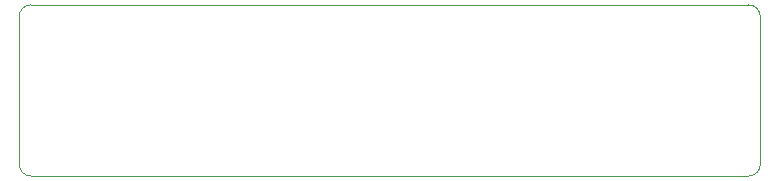
<source format=gm1>
G04 #@! TF.GenerationSoftware,KiCad,Pcbnew,9.0.3*
G04 #@! TF.CreationDate,2025-07-21T12:13:00-07:00*
G04 #@! TF.ProjectId,buttons,62757474-6f6e-4732-9e6b-696361645f70,rev?*
G04 #@! TF.SameCoordinates,Original*
G04 #@! TF.FileFunction,Profile,NP*
%FSLAX46Y46*%
G04 Gerber Fmt 4.6, Leading zero omitted, Abs format (unit mm)*
G04 Created by KiCad (PCBNEW 9.0.3) date 2025-07-21 12:13:00*
%MOMM*%
%LPD*%
G01*
G04 APERTURE LIST*
G04 #@! TA.AperFunction,Profile*
%ADD10C,0.100000*%
G04 #@! TD*
G04 #@! TA.AperFunction,Profile*
%ADD11C,0.050000*%
G04 #@! TD*
G04 APERTURE END LIST*
D10*
X104849999Y-186400000D02*
X104850000Y-173900001D01*
X166600000Y-187400000D02*
X105849999Y-187400000D01*
X166600001Y-172899999D02*
G75*
G02*
X167600001Y-173899999I-1J-1000001D01*
G01*
D11*
X166600001Y-172899999D02*
X148100001Y-172900000D01*
D10*
X167600001Y-185000000D02*
X167600000Y-186400000D01*
X167600000Y-186400000D02*
G75*
G02*
X166600000Y-187400000I-1000000J0D01*
G01*
X105850001Y-172900834D02*
X148100001Y-172900000D01*
X105849999Y-187400000D02*
G75*
G02*
X104850000Y-186400000I1J1000000D01*
G01*
X104850000Y-173900001D02*
G75*
G02*
X105850000Y-172900000I1000000J1D01*
G01*
D11*
X167600001Y-173899999D02*
X167600001Y-185000000D01*
M02*

</source>
